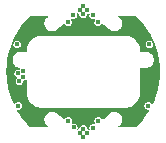
<source format=gbr>
%TF.GenerationSoftware,KiCad,Pcbnew,9.0.1*%
%TF.CreationDate,2025-07-16T17:40:13-04:00*%
%TF.ProjectId,flowstick_junction_pcb,666c6f77-7374-4696-936b-5f6a756e6374,rev?*%
%TF.SameCoordinates,Original*%
%TF.FileFunction,Copper,L3,Inr*%
%TF.FilePolarity,Positive*%
%FSLAX46Y46*%
G04 Gerber Fmt 4.6, Leading zero omitted, Abs format (unit mm)*
G04 Created by KiCad (PCBNEW 9.0.1) date 2025-07-16 17:40:13*
%MOMM*%
%LPD*%
G01*
G04 APERTURE LIST*
%TA.AperFunction,ViaPad*%
%ADD10C,0.420000*%
%TD*%
G04 APERTURE END LIST*
D10*
%TO.N,+5V*%
X152000000Y-94660006D03*
X146500000Y-89950000D03*
X151700000Y-84600000D03*
X152000000Y-84250000D03*
X146600000Y-90600000D03*
X152300000Y-84600000D03*
X146900000Y-90250000D03*
X146900000Y-89750000D03*
X152300000Y-95000000D03*
X152000000Y-95350000D03*
X151700000Y-95000000D03*
X152000000Y-84939994D03*
%TO.N,/LED_CLK*%
X151200000Y-94500000D03*
X157600000Y-87500000D03*
X151149451Y-85049447D03*
X157500000Y-92700000D03*
X152850549Y-94550553D03*
X152850561Y-85049439D03*
%TO.N,/LED_DAT*%
X153260414Y-85613458D03*
X146500000Y-92700000D03*
X150729536Y-85630049D03*
X146400000Y-87500000D03*
X153270464Y-93969951D03*
X150750000Y-93950000D03*
%TO.N,GND*%
X150351355Y-93547568D03*
X148550000Y-85275076D03*
X150345570Y-86046648D03*
X157500000Y-89950000D03*
X153654430Y-93553352D03*
X157100000Y-89750000D03*
X148550000Y-94324924D03*
X155450000Y-85275076D03*
X155450000Y-94324924D03*
X153648645Y-86052432D03*
X157400000Y-90600000D03*
X157100000Y-90250000D03*
%TD*%
%TA.AperFunction,Conductor*%
%TO.N,GND*%
G36*
X152544807Y-84891096D02*
G01*
X152550202Y-84932071D01*
X152530061Y-85007241D01*
X152530061Y-85091634D01*
X152551902Y-85173149D01*
X152594093Y-85246226D01*
X152594095Y-85246228D01*
X152594097Y-85246231D01*
X152653769Y-85305903D01*
X152653771Y-85305904D01*
X152653773Y-85305906D01*
X152724477Y-85346727D01*
X152726852Y-85348098D01*
X152808366Y-85369939D01*
X152808367Y-85369939D01*
X152892755Y-85369939D01*
X152892756Y-85369939D01*
X152930289Y-85359882D01*
X152971265Y-85365277D01*
X152996425Y-85398066D01*
X152991030Y-85439042D01*
X152961755Y-85489747D01*
X152939914Y-85571262D01*
X152939914Y-85655653D01*
X152961755Y-85737168D01*
X153003946Y-85810245D01*
X153003948Y-85810247D01*
X153003950Y-85810250D01*
X153063622Y-85869922D01*
X153063624Y-85869923D01*
X153063626Y-85869925D01*
X153136703Y-85912116D01*
X153136705Y-85912117D01*
X153218219Y-85933958D01*
X153218220Y-85933958D01*
X153302608Y-85933958D01*
X153302609Y-85933958D01*
X153384123Y-85912117D01*
X153457206Y-85869922D01*
X153516878Y-85810250D01*
X153519567Y-85805592D01*
X153546510Y-85758927D01*
X153550646Y-85755752D01*
X153552266Y-85750795D01*
X153566571Y-85743533D01*
X153579299Y-85733767D01*
X153584469Y-85734447D01*
X153589120Y-85732087D01*
X153600888Y-85736609D01*
X153620275Y-85739162D01*
X153628407Y-85744918D01*
X153630508Y-85746718D01*
X153645960Y-85762976D01*
X153703758Y-85809505D01*
X153778711Y-85869925D01*
X154193464Y-86204261D01*
X154193480Y-86204276D01*
X154197179Y-86207257D01*
X154197180Y-86207259D01*
X154231543Y-86234957D01*
X154231567Y-86234976D01*
X154231568Y-86234978D01*
X154256044Y-86254708D01*
X154270352Y-86266241D01*
X154274418Y-86269518D01*
X154274713Y-86269711D01*
X154288635Y-86280934D01*
X154420326Y-86345210D01*
X154420329Y-86345210D01*
X154420330Y-86345211D01*
X154467889Y-86356333D01*
X154563016Y-86378580D01*
X154615351Y-86378862D01*
X154709545Y-86379372D01*
X154709545Y-86379371D01*
X154709554Y-86379372D01*
X154830571Y-86352446D01*
X154852597Y-86347546D01*
X154984972Y-86284698D01*
X154984972Y-86284697D01*
X154984974Y-86284697D01*
X155100054Y-86193974D01*
X155192069Y-86079925D01*
X155256407Y-85948264D01*
X155289844Y-85805590D01*
X155290705Y-85659052D01*
X155258946Y-85515995D01*
X155196159Y-85383588D01*
X155105491Y-85268465D01*
X155087244Y-85253730D01*
X155087243Y-85253728D01*
X155048486Y-85222432D01*
X155048485Y-85222430D01*
X155011258Y-85192368D01*
X155011224Y-85192343D01*
X154973138Y-85161590D01*
X154953366Y-85125296D01*
X154965048Y-85085652D01*
X155001342Y-85065880D01*
X155007062Y-85065576D01*
X156426661Y-85065576D01*
X156464549Y-85081099D01*
X156707592Y-85320434D01*
X156730525Y-85343017D01*
X156733320Y-85345986D01*
X157053353Y-85712680D01*
X157055917Y-85715851D01*
X157347381Y-86105668D01*
X157349692Y-86109016D01*
X157429807Y-86234976D01*
X157610909Y-86519717D01*
X157612966Y-86523238D01*
X157842444Y-86952474D01*
X157844229Y-86956140D01*
X157980428Y-87264910D01*
X158040657Y-87401455D01*
X158040658Y-87401456D01*
X158042162Y-87405246D01*
X158204433Y-87864134D01*
X158205646Y-87868027D01*
X158332823Y-88337841D01*
X158333739Y-88341815D01*
X158425101Y-88819879D01*
X158425715Y-88823910D01*
X158480744Y-89307528D01*
X158481051Y-89311594D01*
X158499427Y-89797961D01*
X158499427Y-89802039D01*
X158481051Y-90288405D01*
X158480744Y-90292471D01*
X158425715Y-90776089D01*
X158425101Y-90780120D01*
X158333739Y-91258184D01*
X158332823Y-91262158D01*
X158205646Y-91731972D01*
X158204433Y-91735865D01*
X158042162Y-92194753D01*
X158040658Y-92198543D01*
X157884343Y-92552918D01*
X157854462Y-92581471D01*
X157813143Y-92580532D01*
X157788171Y-92558125D01*
X157756467Y-92503212D01*
X157756465Y-92503210D01*
X157756464Y-92503208D01*
X157696792Y-92443536D01*
X157696789Y-92443534D01*
X157696787Y-92443532D01*
X157623710Y-92401341D01*
X157542195Y-92379500D01*
X157457805Y-92379500D01*
X157457804Y-92379500D01*
X157376289Y-92401341D01*
X157303212Y-92443532D01*
X157303210Y-92443534D01*
X157303208Y-92443536D01*
X157243536Y-92503208D01*
X157243534Y-92503210D01*
X157243534Y-92503211D01*
X157243532Y-92503212D01*
X157201341Y-92576289D01*
X157179500Y-92657804D01*
X157179500Y-92742195D01*
X157201341Y-92823710D01*
X157243532Y-92896787D01*
X157243534Y-92896789D01*
X157243536Y-92896792D01*
X157303208Y-92956464D01*
X157303210Y-92956465D01*
X157303212Y-92956467D01*
X157376289Y-92998658D01*
X157376291Y-92998659D01*
X157457805Y-93020500D01*
X157457806Y-93020500D01*
X157542191Y-93020500D01*
X157542195Y-93020500D01*
X157542198Y-93020498D01*
X157543983Y-93020264D01*
X157544864Y-93020500D01*
X157545734Y-93020500D01*
X157545734Y-93020733D01*
X157583905Y-93030959D01*
X157604572Y-93066751D01*
X157596599Y-93102782D01*
X157349698Y-93490975D01*
X157347381Y-93494331D01*
X157055917Y-93884148D01*
X157053353Y-93887319D01*
X156733320Y-94254013D01*
X156730525Y-94256982D01*
X156576797Y-94408365D01*
X156464847Y-94518608D01*
X156464550Y-94518900D01*
X156426661Y-94534424D01*
X155007062Y-94534424D01*
X155004256Y-94533261D01*
X155001344Y-94534120D01*
X154985526Y-94525503D01*
X154968878Y-94518608D01*
X154967715Y-94515802D01*
X154965050Y-94514350D01*
X154959958Y-94497072D01*
X154953062Y-94480424D01*
X154954224Y-94477618D01*
X154953366Y-94474706D01*
X154961982Y-94458888D01*
X154968878Y-94442240D01*
X154973136Y-94438412D01*
X154990769Y-94424172D01*
X155010349Y-94408361D01*
X155010372Y-94408347D01*
X155031005Y-94391685D01*
X155031083Y-94391661D01*
X155048507Y-94377590D01*
X155048508Y-94377591D01*
X155105515Y-94331556D01*
X155196187Y-94216428D01*
X155258977Y-94084014D01*
X155290737Y-93940950D01*
X155289876Y-93794406D01*
X155266236Y-93693536D01*
X155256438Y-93651727D01*
X155244418Y-93627130D01*
X155192096Y-93520058D01*
X155192093Y-93520054D01*
X155100080Y-93406005D01*
X155100079Y-93406004D01*
X154984989Y-93315274D01*
X154852607Y-93252423D01*
X154852608Y-93252423D01*
X154731584Y-93225496D01*
X154709559Y-93220596D01*
X154709558Y-93220596D01*
X154709550Y-93220595D01*
X154563019Y-93221387D01*
X154563006Y-93221389D01*
X154420321Y-93254757D01*
X154420315Y-93254759D01*
X154288618Y-93319039D01*
X154273736Y-93331035D01*
X154273735Y-93331034D01*
X154270357Y-93333756D01*
X154270353Y-93333758D01*
X154211295Y-93381363D01*
X154199756Y-93390665D01*
X154197186Y-93392738D01*
X154197181Y-93392742D01*
X153721203Y-93776430D01*
X153721176Y-93776452D01*
X153645950Y-93837012D01*
X153644613Y-93838419D01*
X153606841Y-93855194D01*
X153568270Y-93840346D01*
X153558713Y-93828211D01*
X153526931Y-93773163D01*
X153526929Y-93773161D01*
X153526928Y-93773159D01*
X153467256Y-93713487D01*
X153467253Y-93713485D01*
X153467251Y-93713483D01*
X153394174Y-93671292D01*
X153312659Y-93649451D01*
X153228269Y-93649451D01*
X153228268Y-93649451D01*
X153146753Y-93671292D01*
X153073676Y-93713483D01*
X153073674Y-93713485D01*
X153073672Y-93713487D01*
X153014000Y-93773159D01*
X153013998Y-93773161D01*
X153013998Y-93773162D01*
X153013996Y-93773163D01*
X152971805Y-93846240D01*
X152949964Y-93927755D01*
X152949964Y-94012146D01*
X152971805Y-94093660D01*
X153014248Y-94167173D01*
X153019643Y-94208149D01*
X152994483Y-94240938D01*
X152953508Y-94246333D01*
X152892746Y-94230053D01*
X152892744Y-94230053D01*
X152808354Y-94230053D01*
X152808353Y-94230053D01*
X152726838Y-94251894D01*
X152653761Y-94294085D01*
X152653759Y-94294087D01*
X152653757Y-94294089D01*
X152594085Y-94353761D01*
X152594083Y-94353763D01*
X152594083Y-94353764D01*
X152594081Y-94353765D01*
X152551890Y-94426842D01*
X152530049Y-94508357D01*
X152530049Y-94592750D01*
X152550190Y-94667922D01*
X152544795Y-94708898D01*
X152512005Y-94734057D01*
X152471030Y-94728662D01*
X152423709Y-94701341D01*
X152360524Y-94684411D01*
X152327735Y-94659251D01*
X152320500Y-94632251D01*
X152320500Y-94617812D01*
X152320500Y-94617811D01*
X152298659Y-94536297D01*
X152285987Y-94514349D01*
X152256467Y-94463218D01*
X152256465Y-94463216D01*
X152256464Y-94463214D01*
X152196792Y-94403542D01*
X152196789Y-94403540D01*
X152196787Y-94403538D01*
X152123710Y-94361347D01*
X152042195Y-94339506D01*
X151957805Y-94339506D01*
X151957804Y-94339506D01*
X151876289Y-94361347D01*
X151803212Y-94403538D01*
X151803210Y-94403540D01*
X151803208Y-94403542D01*
X151743536Y-94463214D01*
X151743534Y-94463216D01*
X151743534Y-94463217D01*
X151743532Y-94463218D01*
X151701341Y-94536295D01*
X151679500Y-94617810D01*
X151679500Y-94632251D01*
X151674602Y-94644074D01*
X151673581Y-94656832D01*
X151667171Y-94662014D01*
X151663684Y-94670435D01*
X151642117Y-94683631D01*
X151640810Y-94684053D01*
X151576291Y-94701341D01*
X151562197Y-94709478D01*
X151556759Y-94711237D01*
X151541418Y-94710008D01*
X151526163Y-94712016D01*
X151521464Y-94708410D01*
X151515561Y-94707938D01*
X151505583Y-94696223D01*
X151493375Y-94686855D01*
X151492602Y-94680982D01*
X151488762Y-94676474D01*
X151489990Y-94661133D01*
X151487983Y-94645878D01*
X151491985Y-94636215D01*
X151492061Y-94635276D01*
X151492546Y-94634862D01*
X151493378Y-94632855D01*
X151493727Y-94632251D01*
X151498659Y-94623709D01*
X151520500Y-94542195D01*
X151520500Y-94457805D01*
X151498659Y-94376291D01*
X151487384Y-94356762D01*
X151456467Y-94303212D01*
X151456465Y-94303210D01*
X151456464Y-94303208D01*
X151396792Y-94243536D01*
X151396789Y-94243534D01*
X151396787Y-94243532D01*
X151323710Y-94201341D01*
X151242195Y-94179500D01*
X151157805Y-94179500D01*
X151157802Y-94179500D01*
X151082351Y-94199716D01*
X151041375Y-94194321D01*
X151016216Y-94161531D01*
X151021610Y-94120557D01*
X151048659Y-94073709D01*
X151070500Y-93992195D01*
X151070500Y-93907805D01*
X151048659Y-93826291D01*
X151048658Y-93826289D01*
X151006467Y-93753212D01*
X151006465Y-93753210D01*
X151006464Y-93753208D01*
X150946792Y-93693536D01*
X150946789Y-93693534D01*
X150946787Y-93693532D01*
X150873710Y-93651341D01*
X150792195Y-93629500D01*
X150707805Y-93629500D01*
X150707804Y-93629500D01*
X150626289Y-93651341D01*
X150553212Y-93693532D01*
X150553210Y-93693534D01*
X150553208Y-93693536D01*
X150493536Y-93753208D01*
X150493534Y-93753210D01*
X150493534Y-93753211D01*
X150493532Y-93753212D01*
X150451340Y-93826291D01*
X150450509Y-93828298D01*
X150449735Y-93829071D01*
X150449571Y-93829356D01*
X150449494Y-93829312D01*
X150444524Y-93834281D01*
X150441978Y-93842351D01*
X150430462Y-93848342D01*
X150421282Y-93857521D01*
X150412820Y-93857520D01*
X150405313Y-93861426D01*
X150394993Y-93857519D01*
X150379953Y-93857518D01*
X150365900Y-93848987D01*
X150363571Y-93847032D01*
X150354061Y-93837025D01*
X150295852Y-93790164D01*
X150294652Y-93789197D01*
X150286729Y-93782810D01*
X150286728Y-93782809D01*
X150256521Y-93758458D01*
X150256521Y-93758457D01*
X150256514Y-93758453D01*
X149725772Y-93330619D01*
X149725314Y-93330319D01*
X149711424Y-93319119D01*
X149703610Y-93315304D01*
X149579733Y-93254825D01*
X149437035Y-93221438D01*
X149290494Y-93220635D01*
X149290490Y-93220636D01*
X149147435Y-93252457D01*
X149015049Y-93315304D01*
X148899961Y-93406029D01*
X148807938Y-93520087D01*
X148743600Y-93651754D01*
X148710166Y-93794438D01*
X148709312Y-93940982D01*
X148709313Y-93940987D01*
X148709313Y-93940988D01*
X148741076Y-94084012D01*
X148741084Y-94084050D01*
X148741086Y-94084055D01*
X148803884Y-94216457D01*
X148894572Y-94331581D01*
X148944763Y-94372101D01*
X148944762Y-94372101D01*
X148944766Y-94372102D01*
X149026884Y-94438411D01*
X149046655Y-94474705D01*
X149034972Y-94514349D01*
X148998678Y-94534120D01*
X148992959Y-94534424D01*
X147573360Y-94534424D01*
X147535471Y-94518900D01*
X147535174Y-94518608D01*
X147269493Y-94256982D01*
X147266704Y-94254019D01*
X146946659Y-93887312D01*
X146944095Y-93884141D01*
X146770342Y-93651757D01*
X146652626Y-93494319D01*
X146650327Y-93490989D01*
X146403418Y-93102784D01*
X146396272Y-93062077D01*
X146420003Y-93028239D01*
X146454266Y-93020658D01*
X146454266Y-93020500D01*
X146454983Y-93020500D01*
X146456036Y-93020267D01*
X146457805Y-93020500D01*
X146542194Y-93020500D01*
X146542195Y-93020500D01*
X146623709Y-92998659D01*
X146696792Y-92956464D01*
X146756464Y-92896792D01*
X146798659Y-92823709D01*
X146820500Y-92742195D01*
X146820500Y-92657805D01*
X146798659Y-92576291D01*
X146785692Y-92553831D01*
X146756467Y-92503212D01*
X146756465Y-92503210D01*
X146756464Y-92503208D01*
X146696792Y-92443536D01*
X146696789Y-92443534D01*
X146696787Y-92443532D01*
X146623710Y-92401341D01*
X146542195Y-92379500D01*
X146457805Y-92379500D01*
X146457804Y-92379500D01*
X146376289Y-92401341D01*
X146303212Y-92443532D01*
X146303210Y-92443534D01*
X146303208Y-92443536D01*
X146243536Y-92503208D01*
X146243534Y-92503210D01*
X146211836Y-92558111D01*
X146179046Y-92583270D01*
X146138070Y-92577875D01*
X146115665Y-92552904D01*
X145959349Y-92198527D01*
X145957858Y-92194771D01*
X145795576Y-91735851D01*
X145794372Y-91731988D01*
X145667188Y-91262154D01*
X145666274Y-91258185D01*
X145601740Y-90920500D01*
X145574909Y-90780101D01*
X145574301Y-90776111D01*
X145519267Y-90292458D01*
X145518963Y-90288421D01*
X145500586Y-89802037D01*
X145500586Y-89797961D01*
X145502277Y-89753208D01*
X145518963Y-89311576D01*
X145519267Y-89307543D01*
X145574301Y-88823885D01*
X145574907Y-88819905D01*
X145578205Y-88802646D01*
X146024500Y-88802646D01*
X146024500Y-88898298D01*
X146057120Y-89041211D01*
X146077295Y-89083103D01*
X146120724Y-89173282D01*
X146212115Y-89287880D01*
X146212122Y-89287889D01*
X146212125Y-89287892D01*
X146324373Y-89377404D01*
X146326732Y-89379285D01*
X146458806Y-89442885D01*
X146458807Y-89442885D01*
X146458809Y-89442886D01*
X146604677Y-89476177D01*
X146604430Y-89477258D01*
X146610962Y-89480865D01*
X146622101Y-89482332D01*
X146628338Y-89490461D01*
X146637309Y-89495415D01*
X146640422Y-89506208D01*
X146647261Y-89515121D01*
X146645923Y-89525280D01*
X146648763Y-89535125D01*
X146641866Y-89556097D01*
X146612529Y-89606910D01*
X146579740Y-89632070D01*
X146551790Y-89632071D01*
X146542195Y-89629500D01*
X146457805Y-89629500D01*
X146457804Y-89629500D01*
X146376289Y-89651341D01*
X146303212Y-89693532D01*
X146303210Y-89693534D01*
X146303208Y-89693536D01*
X146243536Y-89753208D01*
X146243534Y-89753210D01*
X146243534Y-89753211D01*
X146243532Y-89753212D01*
X146201341Y-89826289D01*
X146179500Y-89907804D01*
X146179500Y-89992195D01*
X146201341Y-90073710D01*
X146243532Y-90146787D01*
X146243534Y-90146789D01*
X146243536Y-90146792D01*
X146303208Y-90206464D01*
X146303210Y-90206465D01*
X146303212Y-90206467D01*
X146376288Y-90248658D01*
X146376290Y-90248658D01*
X146376291Y-90248659D01*
X146382113Y-90250219D01*
X146414903Y-90275376D01*
X146420300Y-90316352D01*
X146404585Y-90339908D01*
X146405711Y-90341034D01*
X146403210Y-90343534D01*
X146403208Y-90343536D01*
X146343536Y-90403208D01*
X146343534Y-90403210D01*
X146343534Y-90403211D01*
X146343532Y-90403212D01*
X146301341Y-90476289D01*
X146279500Y-90557804D01*
X146279500Y-90642195D01*
X146301341Y-90723710D01*
X146343532Y-90796787D01*
X146343534Y-90796789D01*
X146343536Y-90796792D01*
X146403208Y-90856464D01*
X146403210Y-90856465D01*
X146403212Y-90856467D01*
X146476289Y-90898658D01*
X146476291Y-90898659D01*
X146557805Y-90920500D01*
X146557806Y-90920500D01*
X146642194Y-90920500D01*
X146642195Y-90920500D01*
X146723709Y-90898659D01*
X146796792Y-90856464D01*
X146856464Y-90796792D01*
X146898659Y-90723709D01*
X146920500Y-90642195D01*
X146920500Y-90617748D01*
X146936316Y-90579564D01*
X146960522Y-90565589D01*
X147023709Y-90548659D01*
X147096792Y-90506464D01*
X147107327Y-90495928D01*
X147145510Y-90480113D01*
X147183694Y-90495929D01*
X147199510Y-90534113D01*
X147199510Y-91577622D01*
X147199500Y-91577646D01*
X147199500Y-91698417D01*
X147230291Y-91892826D01*
X147230294Y-91892835D01*
X147291116Y-92080026D01*
X147380475Y-92255403D01*
X147380479Y-92255409D01*
X147496176Y-92414650D01*
X147635359Y-92553833D01*
X147635362Y-92553835D01*
X147635364Y-92553837D01*
X147794600Y-92669527D01*
X147794605Y-92669530D01*
X147969978Y-92758886D01*
X147969983Y-92758888D01*
X148157184Y-92819711D01*
X148351595Y-92850501D01*
X148450013Y-92850500D01*
X155505844Y-92850500D01*
X155527637Y-92850500D01*
X155527661Y-92850509D01*
X155550014Y-92850509D01*
X155550014Y-92850510D01*
X155648430Y-92850509D01*
X155842840Y-92819716D01*
X156030039Y-92758889D01*
X156205417Y-92669528D01*
X156364658Y-92553831D01*
X156503839Y-92414648D01*
X156619534Y-92255407D01*
X156708894Y-92080027D01*
X156769719Y-91892828D01*
X156794883Y-91733946D01*
X156800510Y-91698419D01*
X156800510Y-89529500D01*
X156816326Y-89491316D01*
X156854510Y-89475500D01*
X157280845Y-89475500D01*
X157280848Y-89475501D01*
X157302642Y-89475500D01*
X157302667Y-89475510D01*
X157325018Y-89475509D01*
X157325018Y-89475510D01*
X157398311Y-89475508D01*
X157541223Y-89442886D01*
X157673292Y-89379282D01*
X157787897Y-89287884D01*
X157879291Y-89173277D01*
X157942892Y-89041206D01*
X157975510Y-88898294D01*
X157975510Y-88825000D01*
X157975510Y-88780830D01*
X157975510Y-88725171D01*
X157975510Y-88720071D01*
X157975500Y-88719967D01*
X157975500Y-88701708D01*
X157975499Y-88701700D01*
X157942882Y-88558798D01*
X157942882Y-88558796D01*
X157879282Y-88426728D01*
X157811567Y-88341814D01*
X157787892Y-88312125D01*
X157787889Y-88312122D01*
X157764601Y-88293550D01*
X157673286Y-88220727D01*
X157673278Y-88220723D01*
X157541220Y-88157123D01*
X157398310Y-88124501D01*
X157379197Y-88124501D01*
X157379197Y-88124500D01*
X157374839Y-88124500D01*
X157325018Y-88124500D01*
X157280848Y-88124499D01*
X157280847Y-88124499D01*
X157276502Y-88124499D01*
X157276490Y-88124500D01*
X156854510Y-88124500D01*
X156816326Y-88108684D01*
X156800510Y-88070500D01*
X156800510Y-87945071D01*
X156800500Y-87944967D01*
X156800500Y-87901581D01*
X156784989Y-87803648D01*
X156769709Y-87707175D01*
X156708885Y-87519977D01*
X156687895Y-87478781D01*
X156687894Y-87478778D01*
X156677207Y-87457804D01*
X157279500Y-87457804D01*
X157279500Y-87542195D01*
X157301341Y-87623710D01*
X157343532Y-87696787D01*
X157343534Y-87696789D01*
X157343536Y-87696792D01*
X157403208Y-87756464D01*
X157403210Y-87756465D01*
X157403212Y-87756467D01*
X157476289Y-87798658D01*
X157476291Y-87798659D01*
X157557805Y-87820500D01*
X157557806Y-87820500D01*
X157642194Y-87820500D01*
X157642195Y-87820500D01*
X157723709Y-87798659D01*
X157796792Y-87756464D01*
X157856464Y-87696792D01*
X157898659Y-87623709D01*
X157920500Y-87542195D01*
X157920500Y-87457805D01*
X157898659Y-87376291D01*
X157880361Y-87344598D01*
X157856467Y-87303212D01*
X157856465Y-87303210D01*
X157856464Y-87303208D01*
X157796792Y-87243536D01*
X157796789Y-87243534D01*
X157796787Y-87243532D01*
X157723710Y-87201341D01*
X157642195Y-87179500D01*
X157557805Y-87179500D01*
X157557804Y-87179500D01*
X157476289Y-87201341D01*
X157403212Y-87243532D01*
X157403210Y-87243534D01*
X157403208Y-87243536D01*
X157343536Y-87303208D01*
X157343534Y-87303210D01*
X157343534Y-87303211D01*
X157343532Y-87303212D01*
X157301341Y-87376289D01*
X157279500Y-87457804D01*
X156677207Y-87457804D01*
X156619528Y-87344601D01*
X156619525Y-87344596D01*
X156503835Y-87185362D01*
X156503830Y-87185356D01*
X156364656Y-87046179D01*
X156364650Y-87046174D01*
X156205413Y-86930481D01*
X156030035Y-86841120D01*
X155842841Y-86780295D01*
X155842836Y-86780293D01*
X155648425Y-86749500D01*
X155599840Y-86749500D01*
X155599839Y-86749500D01*
X148400182Y-86749500D01*
X148395181Y-86749500D01*
X148395084Y-86749509D01*
X148351596Y-86749509D01*
X148157183Y-86780298D01*
X147969983Y-86841122D01*
X147969982Y-86841123D01*
X147794610Y-86930478D01*
X147794605Y-86930481D01*
X147635370Y-87046171D01*
X147635364Y-87046176D01*
X147496186Y-87185351D01*
X147496181Y-87185357D01*
X147380487Y-87344595D01*
X147380487Y-87344596D01*
X147291125Y-87519976D01*
X147230303Y-87707166D01*
X147230300Y-87707177D01*
X147199510Y-87901582D01*
X147199510Y-88070500D01*
X147183694Y-88108684D01*
X147145510Y-88124500D01*
X146620299Y-88124500D01*
X146620212Y-88124508D01*
X146601722Y-88124508D01*
X146601719Y-88124508D01*
X146601714Y-88124509D01*
X146458818Y-88157121D01*
X146458811Y-88157123D01*
X146326739Y-88220723D01*
X146212128Y-88312118D01*
X146120733Y-88426723D01*
X146120730Y-88426727D01*
X146057129Y-88558792D01*
X146024510Y-88701700D01*
X146024510Y-88802622D01*
X146024500Y-88802646D01*
X145578205Y-88802646D01*
X145666276Y-88341802D01*
X145667190Y-88337840D01*
X145794374Y-87868003D01*
X145795573Y-87864155D01*
X145939267Y-87457804D01*
X146079500Y-87457804D01*
X146079500Y-87542195D01*
X146101341Y-87623710D01*
X146143532Y-87696787D01*
X146143534Y-87696789D01*
X146143536Y-87696792D01*
X146203208Y-87756464D01*
X146203210Y-87756465D01*
X146203212Y-87756467D01*
X146276289Y-87798658D01*
X146276291Y-87798659D01*
X146357805Y-87820500D01*
X146357806Y-87820500D01*
X146442194Y-87820500D01*
X146442195Y-87820500D01*
X146523709Y-87798659D01*
X146596792Y-87756464D01*
X146656464Y-87696792D01*
X146698659Y-87623709D01*
X146720500Y-87542195D01*
X146720500Y-87457805D01*
X146698659Y-87376291D01*
X146680361Y-87344598D01*
X146656467Y-87303212D01*
X146656465Y-87303210D01*
X146656464Y-87303208D01*
X146596792Y-87243536D01*
X146596789Y-87243534D01*
X146596787Y-87243532D01*
X146523710Y-87201341D01*
X146442195Y-87179500D01*
X146357805Y-87179500D01*
X146357804Y-87179500D01*
X146276289Y-87201341D01*
X146203212Y-87243532D01*
X146203210Y-87243534D01*
X146203208Y-87243536D01*
X146143536Y-87303208D01*
X146143534Y-87303210D01*
X146143534Y-87303211D01*
X146143532Y-87303212D01*
X146101341Y-87376289D01*
X146079500Y-87457804D01*
X145939267Y-87457804D01*
X145957857Y-87405233D01*
X145959345Y-87401481D01*
X146155788Y-86956134D01*
X146157568Y-86952479D01*
X146171115Y-86927138D01*
X146387057Y-86523222D01*
X146389098Y-86519730D01*
X146650335Y-86108997D01*
X146652617Y-86105692D01*
X146944098Y-85715853D01*
X146946659Y-85712687D01*
X147227329Y-85391096D01*
X147266708Y-85345975D01*
X147269483Y-85343027D01*
X147535471Y-85081099D01*
X147573360Y-85065576D01*
X148992958Y-85065576D01*
X148995764Y-85066738D01*
X148998678Y-85065880D01*
X149014495Y-85074496D01*
X149031142Y-85081392D01*
X149032304Y-85084198D01*
X149034972Y-85085652D01*
X149040063Y-85102931D01*
X149046958Y-85119576D01*
X149045795Y-85122382D01*
X149046654Y-85125296D01*
X149038037Y-85141113D01*
X149031142Y-85157760D01*
X149026882Y-85161590D01*
X148984693Y-85195656D01*
X148978021Y-85200218D01*
X148945676Y-85227155D01*
X148945045Y-85227672D01*
X148907319Y-85258135D01*
X148901857Y-85263590D01*
X148887831Y-85275258D01*
X148887827Y-85275262D01*
X148804950Y-85383583D01*
X148799202Y-85391096D01*
X148796007Y-85398066D01*
X148738420Y-85523681D01*
X148708504Y-85666431D01*
X148708503Y-85666437D01*
X148710935Y-85812263D01*
X148745595Y-85953936D01*
X148745596Y-85953939D01*
X148810761Y-86084418D01*
X148810762Y-86084419D01*
X148810763Y-86084420D01*
X148810764Y-86084422D01*
X148830922Y-86109023D01*
X148900529Y-86193974D01*
X148903205Y-86197239D01*
X149018331Y-86286788D01*
X149098852Y-86324482D01*
X149150421Y-86348623D01*
X149150422Y-86348623D01*
X149150426Y-86348625D01*
X149292934Y-86379680D01*
X149438781Y-86378412D01*
X149580727Y-86344883D01*
X149711727Y-86280758D01*
X149768450Y-86234978D01*
X150260277Y-85838512D01*
X150260281Y-85838511D01*
X150277281Y-85824805D01*
X150277319Y-85824794D01*
X150277313Y-85824787D01*
X150294681Y-85810805D01*
X150354077Y-85762989D01*
X150355385Y-85761611D01*
X150393150Y-85744825D01*
X150431726Y-85759658D01*
X150441297Y-85771807D01*
X150473068Y-85826836D01*
X150473070Y-85826838D01*
X150473072Y-85826841D01*
X150532744Y-85886513D01*
X150532746Y-85886514D01*
X150532748Y-85886516D01*
X150605825Y-85928707D01*
X150605827Y-85928708D01*
X150687341Y-85950549D01*
X150687342Y-85950549D01*
X150771730Y-85950549D01*
X150771731Y-85950549D01*
X150853245Y-85928708D01*
X150926328Y-85886513D01*
X150986000Y-85826841D01*
X150991572Y-85817191D01*
X150994916Y-85811396D01*
X151028195Y-85753758D01*
X151050036Y-85672244D01*
X151050036Y-85587854D01*
X151028195Y-85506340D01*
X150986000Y-85433257D01*
X150985998Y-85433255D01*
X150985751Y-85432827D01*
X150980356Y-85391850D01*
X151005515Y-85359061D01*
X151046492Y-85353666D01*
X151058913Y-85356994D01*
X151107256Y-85369947D01*
X151107257Y-85369947D01*
X151191645Y-85369947D01*
X151191646Y-85369947D01*
X151273160Y-85348106D01*
X151346243Y-85305911D01*
X151405915Y-85246239D01*
X151448110Y-85173156D01*
X151469951Y-85091642D01*
X151469951Y-85007252D01*
X151449809Y-84932078D01*
X151455204Y-84891101D01*
X151487993Y-84865942D01*
X151528968Y-84871336D01*
X151576291Y-84898659D01*
X151639476Y-84915588D01*
X151672265Y-84940747D01*
X151679500Y-84967748D01*
X151679500Y-84982189D01*
X151701341Y-85063704D01*
X151743532Y-85136781D01*
X151743534Y-85136783D01*
X151743536Y-85136786D01*
X151803208Y-85196458D01*
X151803210Y-85196459D01*
X151803212Y-85196461D01*
X151869444Y-85234700D01*
X151876291Y-85238653D01*
X151957805Y-85260494D01*
X151957806Y-85260494D01*
X152042194Y-85260494D01*
X152042195Y-85260494D01*
X152123709Y-85238653D01*
X152196792Y-85196458D01*
X152256464Y-85136786D01*
X152298659Y-85063703D01*
X152320500Y-84982189D01*
X152320500Y-84967748D01*
X152336316Y-84929564D01*
X152360522Y-84915589D01*
X152423709Y-84898659D01*
X152471042Y-84871331D01*
X152512018Y-84865936D01*
X152544807Y-84891096D01*
G37*
%TD.AperFunction*%
%TD*%
M02*

</source>
